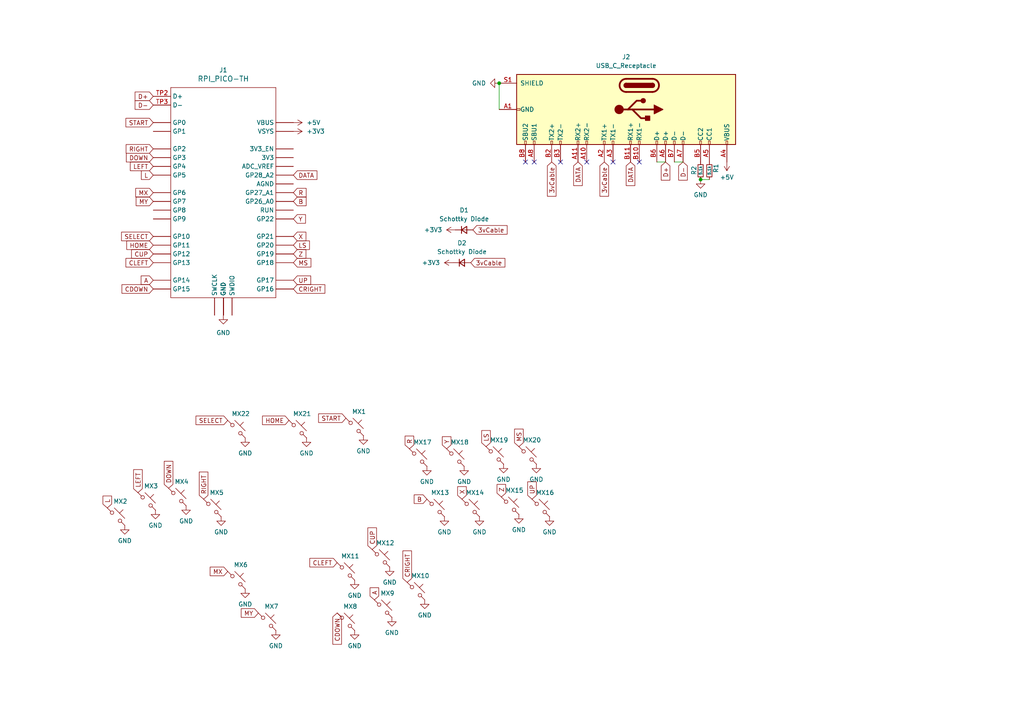
<source format=kicad_sch>
(kicad_sch (version 20230121) (generator eeschema)
  (paper "A4")
  (lib_symbols
    (symbol "Connector:USB_C_Receptacle" (pin_names (offset 1.016))
      (property "Reference" "J" (at -10.16 29.21 0))
      (property "Value" "USB_C_Receptacle" (at 10.16 29.21 0))
      (symbol "USB_C_Receptacle_0_0"
        (rectangle (start -0.254 -35.56) (end 0.254 -34.544))
        (rectangle (start 10.16 -32.766) (end 9.144 -33.274))
        (rectangle (start 10.16 -30.226) (end 9.144 -30.734))
        (rectangle (start 10.16 -25.146) (end 9.144 -25.654))
        (rectangle (start 10.16 -22.606) (end 9.144 -23.114))
        (rectangle (start 10.16 -17.526) (end 9.144 -18.034))
        (rectangle (start 10.16 -14.986) (end 9.144 -15.494))
        (rectangle (start 10.16 -9.906) (end 9.144 -10.414))
        (rectangle (start 10.16 -7.366) (end 9.144 -7.874))
        (rectangle (start 10.16 -2.286) (end 9.144 -2.794))
        (rectangle (start 10.16 0.254) (end 9.144 -0.254))
        (rectangle (start 10.16 5.334) (end 9.144 4.826))
        (rectangle (start 10.16 7.874) (end 9.144 7.366))
        (rectangle (start 10.16 10.414) (end 9.144 9.906))
        (rectangle (start 10.16 12.954) (end 9.144 12.446))
        (rectangle (start 10.16 18.034) (end 9.144 17.526))
        (rectangle (start 10.16 20.574) (end 9.144 20.066))
        (rectangle (start 10.16 25.654) (end 9.144 25.146))
      )
      (symbol "USB_C_Receptacle_0_1"
        (rectangle (start -10.16 27.94) (end 10.16 -35.56) (stroke (width 0.254)) (fill (type background)))
        (arc (start -8.89 -3.81) (mid -6.985 -5.7067) (end -5.08 -3.81) (stroke (width 0.508)))
        (arc (start -7.62 -3.81) (mid -6.985 -4.4423) (end -6.35 -3.81) (stroke (width 0.254)))
        (arc (start -7.62 -3.81) (mid -6.985 -4.4423) (end -6.35 -3.81) (stroke (width 0.254)) (fill (type outline)))
        (rectangle (start -7.62 -3.81) (end -6.35 3.81) (stroke (width 0.254)) (fill (type outline)))
        (arc (start -6.35 3.81) (mid -6.985 4.4423) (end -7.62 3.81) (stroke (width 0.254)))
        (arc (start -6.35 3.81) (mid -6.985 4.4423) (end -7.62 3.81) (stroke (width 0.254)) (fill (type outline)))
        (arc (start -5.08 3.81) (mid -6.985 5.7067) (end -8.89 3.81) (stroke (width 0.508)))
        (polyline (pts (xy -8.89 -3.81) (xy -8.89 3.81)) (stroke (width 0.508)))
        (polyline (pts (xy -5.08 3.81) (xy -5.08 -3.81)) (stroke (width 0.508)))
      )
      (symbol "USB_C_Receptacle_1_1"
        (circle (center -2.54 1.143) (radius 0.635) (stroke (width 0.254)) (fill (type outline)))
        (circle (center 0 -5.842) (radius 1.27) (fill (type outline)))
        (polyline (pts (xy 0 -5.842) (xy 0 4.318)) (stroke (width 0.508)))
        (polyline (pts (xy 0 -3.302) (xy -2.54 -0.762) (xy -2.54 0.508)) (stroke (width 0.508)))
        (polyline (pts (xy 0 -2.032) (xy 2.54 0.508) (xy 2.54 1.778)) (stroke (width 0.508)))
        (polyline (pts (xy -1.27 4.318) (xy 0 6.858) (xy 1.27 4.318) (xy -1.27 4.318)) (stroke (width 0.254)) (fill (type outline)))
        (rectangle (start 1.905 1.778) (end 3.175 3.048) (stroke (width 0.254)) (fill (type outline)))
        (pin passive line (at 0 -40.64 90) (length 5.08) (name "GND") (number "A1"))
        (pin bidirectional line (at 15.24 -15.24 180) (length 5.08) (name "RX2-") (number "A10"))
        (pin bidirectional line (at 15.24 -17.78 180) (length 5.08) (name "RX2+") (number "A11"))
        (pin passive line (at 0 -40.64 90) (length 5.08) hide (name "GND") (number "A12"))
        (pin bidirectional line (at 15.24 -10.16 180) (length 5.08) (name "TX1+") (number "A2"))
        (pin bidirectional line (at 15.24 -7.62 180) (length 5.08) (name "TX1-") (number "A3"))
        (pin passive line (at 15.24 25.4 180) (length 5.08) (name "VBUS") (number "A4"))
        (pin bidirectional line (at 15.24 20.32 180) (length 5.08) (name "CC1") (number "A5"))
        (pin bidirectional line (at 15.24 7.62 180) (length 5.08) (name "D+") (number "A6"))
        (pin bidirectional line (at 15.24 12.7 180) (length 5.08) (name "D-") (number "A7"))
        (pin bidirectional line (at 15.24 -30.48 180) (length 5.08) (name "SBU1") (number "A8"))
        (pin passive line (at 15.24 25.4 180) (length 5.08) hide (name "VBUS") (number "A9"))
        (pin passive line (at 0 -40.64 90) (length 5.08) hide (name "GND") (number "B1"))
        (pin bidirectional line (at 15.24 0 180) (length 5.08) (name "RX1-") (number "B10"))
        (pin bidirectional line (at 15.24 -2.54 180) (length 5.08) (name "RX1+") (number "B11"))
        (pin passive line (at 0 -40.64 90) (length 5.08) hide (name "GND") (number "B12"))
        (pin bidirectional line (at 15.24 -25.4 180) (length 5.08) (name "TX2+") (number "B2"))
        (pin bidirectional line (at 15.24 -22.86 180) (length 5.08) (name "TX2-") (number "B3"))
        (pin passive line (at 15.24 25.4 180) (length 5.08) hide (name "VBUS") (number "B4"))
        (pin bidirectional line (at 15.24 17.78 180) (length 5.08) (name "CC2") (number "B5"))
        (pin bidirectional line (at 15.24 5.08 180) (length 5.08) (name "D+") (number "B6"))
        (pin bidirectional line (at 15.24 10.16 180) (length 5.08) (name "D-") (number "B7"))
        (pin bidirectional line (at 15.24 -33.02 180) (length 5.08) (name "SBU2") (number "B8"))
        (pin passive line (at 15.24 25.4 180) (length 5.08) hide (name "VBUS") (number "B9"))
        (pin passive line (at -7.62 -40.64 90) (length 5.08) (name "SHIELD") (number "S1"))
      )
    )
    (symbol "Device:D_Small" (pin_numbers hide) (pin_names (offset 0.254) hide)
      (property "Reference" "D" (at -1.27 2.032 0))
      (property "Value" "D_Small" (at -3.81 -2.032 0))
      (symbol "D_Small_0_1"
        (polyline (pts (xy -0.762 -1.016) (xy -0.762 1.016)) (stroke (width 0.254)))
        (polyline (pts (xy -0.762 0) (xy 0.762 0)))
        (polyline (pts (xy 0.762 -1.016) (xy -0.762 0) (xy 0.762 1.016) (xy 0.762 -1.016)) (stroke (width 0.254)))
      )
      (symbol "D_Small_1_1"
        (pin passive line (at -2.54 0 0) (length 1.778) (name "K") (number "1"))
        (pin passive line (at 2.54 0 180) (length 1.778) (name "A") (number "2"))
      )
    )
    (symbol "Device:R_Small" (pin_numbers hide) (pin_names (offset 0.254) hide)
      (property "Reference" "R" (at 0.762 0.508 0))
      (property "Value" "R_Small" (at 0.762 -1.016 0))
      (symbol "R_Small_0_1"
        (rectangle (start -0.762 1.778) (end 0.762 -1.778) (stroke (width 0.2032)))
      )
      (symbol "R_Small_1_1"
        (pin passive line (at 0 2.54 270) (length 0.762) (name "~") (number "1"))
        (pin passive line (at 0 -2.54 90) (length 0.762) (name "~") (number "2"))
      )
    )
    (symbol "PCM_marbastlib-mx:MX_SW_HS" (pin_numbers hide) (pin_names (offset 1.016) hide)
      (property "Reference" "MX" (at 3.048 1.016 0))
      (property "Value" "MX_SW_HS" (at 0 -3.81 0))
      (symbol "MX_SW_HS_0_1"
        (circle (center -1.1684 1.1684) (radius 0.508))
        (polyline (pts (xy -0.508 2.54) (xy 2.54 -0.508)))
        (polyline (pts (xy 1.016 1.016) (xy 2.032 2.032)))
        (polyline (pts (xy -2.54 2.54) (xy -1.524 1.524) (xy -1.524 1.524)))
        (polyline (pts (xy 1.524 -1.524) (xy 2.54 -2.54) (xy 2.54 -2.54) (xy 2.54 -2.54)))
        (circle (center 1.143 -1.1938) (radius 0.508))
        (pin passive line (at -2.54 2.54 0) (length 0) (name "1") (number "1"))
        (pin passive line (at 2.54 -2.54 180) (length 0) (name "2") (number "2"))
      )
    )
    (symbol "Rectangles:RPI_PICO-TH"
      (property "Reference" "J1" (at 0 30.48 0))
      (property "Value" "RPI_PICO-TH" (at 0 38.1 0))
      (symbol "RPI_PICO-TH_1_0"
        (polyline (pts (xy -15.24 -25.4) (xy 15.24 -25.4)) (stroke (width 0.1524)))
        (polyline (pts (xy -15.24 35.56) (xy -15.24 -25.4)) (stroke (width 0.1524)))
        (polyline (pts (xy 15.24 -25.4) (xy 15.24 35.56)) (stroke (width 0.1524)))
        (polyline (pts (xy 15.24 35.56) (xy -15.24 35.56)) (stroke (width 0.1524)))
        (pin bidirectional line (at 20.32 15.24 180) (length 5.08) (name "3V3") (number "3V3"))
        (pin bidirectional line (at 20.32 17.78 180) (length 5.08) (name "3V3_EN") (number "3V3_EN"))
        (pin bidirectional line (at 20.32 12.7 180) (length 5.08) (name "ADC_VREF") (number "ADC_VREF"))
        (pin bidirectional line (at 20.32 7.62 180) (length 5.08) (name "AGND") (number "AGND"))
        (pin bidirectional line (at 0 -30.48 90) (length 5.08) (name "GND") (number "GND@1"))
        (pin bidirectional line (at 0 -30.48 90) (length 5.08) (name "GND") (number "GND@2"))
        (pin bidirectional line (at 0 -30.48 90) (length 5.08) (name "GND") (number "GND@3"))
        (pin bidirectional line (at 0 -30.48 90) (length 5.08) (name "GND") (number "GND@4"))
        (pin bidirectional line (at 0 -30.48 90) (length 5.08) (name "GND") (number "GND@5"))
        (pin bidirectional line (at 0 -30.48 90) (length 5.08) (name "GND") (number "GND@6"))
        (pin bidirectional line (at 0 -30.48 90) (length 5.08) (name "GND") (number "GND@7"))
        (pin bidirectional line (at 0 -30.48 90) (length 5.08) (name "GND") (number "GND@8"))
        (pin bidirectional line (at -20.32 25.4 0) (length 5.08) (name "GP0") (number "GP0"))
        (pin bidirectional line (at -20.32 22.86 0) (length 5.08) (name "GP1") (number "GP1"))
        (pin bidirectional line (at -20.32 -7.62 0) (length 5.08) (name "GP10") (number "GP10"))
        (pin bidirectional line (at -20.32 -10.16 0) (length 5.08) (name "GP11") (number "GP11"))
        (pin bidirectional line (at -20.32 -12.7 0) (length 5.08) (name "GP12") (number "GP12"))
        (pin bidirectional line (at -20.32 -15.24 0) (length 5.08) (name "GP13") (number "GP13"))
        (pin bidirectional line (at -20.32 -20.32 0) (length 5.08) (name "GP14") (number "GP14"))
        (pin bidirectional line (at -20.32 -22.86 0) (length 5.08) (name "GP15") (number "GP15"))
        (pin bidirectional line (at 20.32 -22.86 180) (length 5.08) (name "GP16") (number "GP16"))
        (pin bidirectional line (at 20.32 -20.32 180) (length 5.08) (name "GP17") (number "GP17"))
        (pin bidirectional line (at 20.32 -15.24 180) (length 5.08) (name "GP18") (number "GP18"))
        (pin bidirectional line (at 20.32 -12.7 180) (length 5.08) (name "GP19") (number "GP19"))
        (pin bidirectional line (at -20.32 17.78 0) (length 5.08) (name "GP2") (number "GP2"))
        (pin bidirectional line (at 20.32 -10.16 180) (length 5.08) (name "GP20") (number "GP20"))
        (pin bidirectional line (at 20.32 -7.62 180) (length 5.08) (name "GP21") (number "GP21"))
        (pin bidirectional line (at 20.32 -2.54 180) (length 5.08) (name "GP22") (number "GP22"))
        (pin bidirectional line (at 20.32 2.54 180) (length 5.08) (name "GP26_A0") (number "GP26_A0"))
        (pin bidirectional line (at 20.32 5.08 180) (length 5.08) (name "GP27_A1") (number "GP27_A1"))
        (pin bidirectional line (at 20.32 10.16 180) (length 5.08) (name "GP28_A2") (number "GP28_A2"))
        (pin bidirectional line (at -20.32 15.24 0) (length 5.08) (name "GP3") (number "GP3"))
        (pin bidirectional line (at -20.32 12.7 0) (length 5.08) (name "GP4") (number "GP4"))
        (pin bidirectional line (at -20.32 10.16 0) (length 5.08) (name "GP5") (number "GP5"))
        (pin bidirectional line (at -20.32 5.08 0) (length 5.08) (name "GP6") (number "GP6"))
        (pin bidirectional line (at -20.32 2.54 0) (length 5.08) (name "GP7") (number "GP7"))
        (pin bidirectional line (at -20.32 0 0) (length 5.08) (name "GP8") (number "GP8"))
        (pin bidirectional line (at -20.32 -2.54 0) (length 5.08) (name "GP9") (number "GP9"))
        (pin bidirectional line (at 20.32 0 180) (length 5.08) (name "RUN") (number "RUN"))
        (pin bidirectional line (at -2.54 -30.48 90) (length 5.08) (name "SWCLK") (number "SWCLK"))
        (pin bidirectional line (at 2.54 -30.48 90) (length 5.08) (name "SWDIO") (number "SWDIO"))
        (pin bidirectional line (at -20.32 33.02 0) (length 5.08) (name "D+") (number "TP2"))
        (pin bidirectional line (at -20.32 30.48 0) (length 5.08) (name "D-") (number "TP3"))
        (pin bidirectional line (at 20.32 25.4 180) (length 5.08) (name "VBUS") (number "VBUS"))
        (pin bidirectional line (at 20.32 22.86 180) (length 5.08) (name "VSYS") (number "VSYS"))
      )
    )
    (symbol "power:+3V3" (power) (pin_names (offset 0))
      (property "Value" "+3V3" (at 0 3.556 0))
      (symbol "+3V3_0_1"
        (polyline (pts (xy -0.762 1.27) (xy 0 2.54)))
        (polyline (pts (xy 0 0) (xy 0 2.54)))
        (polyline (pts (xy 0 2.54) (xy 0.762 1.27)))
      )
      (symbol "+3V3_1_1"
        (pin power_in line (at 0 0 90) (length 0) hide (name "+3V3") (number "1"))
      )
    )
    (symbol "power:+5V" (power) (pin_names (offset 0))
      (property "Value" "+5V" (at 0 3.556 0))
      (symbol "+5V_0_1"
        (polyline (pts (xy -0.762 1.27) (xy 0 2.54)))
        (polyline (pts (xy 0 0) (xy 0 2.54)))
        (polyline (pts (xy 0 2.54) (xy 0.762 1.27)))
      )
      (symbol "+5V_1_1"
        (pin power_in line (at 0 0 90) (length 0) hide (name "+5V") (number "1"))
      )
    )
    (symbol "power:GND" (power) (pin_names (offset 0))
      (property "Value" "GND" (at 0 -3.81 0))
      (symbol "GND_0_1"
        (polyline (pts (xy 0 0) (xy 0 -1.27) (xy 1.27 -1.27) (xy 0 -2.54) (xy -1.27 -1.27) (xy 0 -1.27)))
      )
      (symbol "GND_1_1"
        (pin power_in line (at 0 0 270) (length 0) hide (name "GND") (number "1"))
      )
    )
  )
  (junction (at 144.78 24.13))
  (junction (at 203.2 52.07))
  (no_connect (at 185.42 46.99))
  (no_connect (at 152.4 46.99))
  (no_connect (at 162.56 46.99))
  (no_connect (at 154.94 46.99))
  (no_connect (at 170.18 46.99))
  (no_connect (at 177.8 46.99))
  (wire (pts (xy 195.58 46.99) (xy 198.12 46.99)))
  (wire (pts (xy 190.5 46.99) (xy 193.04 46.99)))
  (wire (pts (xy 203.2 52.07) (xy 205.74 52.07)))
  (wire (pts (xy 144.78 24.13) (xy 144.78 31.75)))
  (global_label "R" (shape input) (at 85.09 55.88 0) (property "Intersheetrefs" "${INTERSHEET_REFS}" (effects hide)))
  (global_label "CLEFT" (shape input) (at 97.79 163.195 180) (property "Intersheetrefs" "${INTERSHEET_REFS}" (effects hide)))
  (global_label "A" (shape input) (at 108.585 173.99 90) (property "Intersheetrefs" "${INTERSHEET_REFS}" (effects hide)))
  (global_label "RIGHT" (shape input) (at 59.055 144.78 90) (property "Intersheetrefs" "${INTERSHEET_REFS}" (effects hide)))
  (global_label "CLEFT" (shape input) (at 44.45 76.2 180) (property "Intersheetrefs" "${INTERSHEET_REFS}" (effects hide)))
  (global_label "CRIGHT" (shape input) (at 118.11 168.91 90) (property "Intersheetrefs" "${INTERSHEET_REFS}" (effects hide)))
  (global_label "L" (shape input) (at 31.115 147.32 90) (property "Intersheetrefs" "${INTERSHEET_REFS}" (effects hide)))
  (global_label "3vCable" (shape input) (at 160.02 46.99 270) (property "Intersheetrefs" "${INTERSHEET_REFS}" (effects hide)))
  (global_label "MY" (shape input) (at 74.93 177.8 180) (property "Intersheetrefs" "${INTERSHEET_REFS}" (effects hide)))
  (global_label "CDOWN" (shape input) (at 44.45 83.82 180) (property "Intersheetrefs" "${INTERSHEET_REFS}" (effects hide)))
  (global_label "CUP" (shape input) (at 44.45 73.66 180) (property "Intersheetrefs" "${INTERSHEET_REFS}" (effects hide)))
  (global_label "LEFT" (shape input) (at 40.005 142.875 90) (property "Intersheetrefs" "${INTERSHEET_REFS}" (effects hide)))
  (global_label "CDOWN" (shape input) (at 97.79 177.8 270) (property "Intersheetrefs" "${INTERSHEET_REFS}" (effects hide)))
  (global_label "D+" (shape input) (at 44.45 27.94 180) (property "Intersheetrefs" "${INTERSHEET_REFS}" (effects hide)))
  (global_label "START" (shape input) (at 100.33 121.285 180) (property "Intersheetrefs" "${INTERSHEET_REFS}" (effects hide)))
  (global_label "X" (shape input) (at 85.09 68.58 0) (property "Intersheetrefs" "${INTERSHEET_REFS}" (effects hide)))
  (global_label "CUP" (shape input) (at 107.95 159.385 90) (property "Intersheetrefs" "${INTERSHEET_REFS}" (effects hide)))
  (global_label "SELECT" (shape input) (at 66.04 121.92 180) (property "Intersheetrefs" "${INTERSHEET_REFS}" (effects hide)))
  (global_label "3vCable" (shape input) (at 137.16 66.675 0) (property "Intersheetrefs" "${INTERSHEET_REFS}" (effects hide)))
  (global_label "X" (shape input) (at 133.985 144.78 90) (property "Intersheetrefs" "${INTERSHEET_REFS}" (effects hide)))
  (global_label "SELECT" (shape input) (at 44.45 68.58 180) (property "Intersheetrefs" "${INTERSHEET_REFS}" (effects hide)))
  (global_label "MY" (shape input) (at 44.45 58.42 180) (property "Intersheetrefs" "${INTERSHEET_REFS}" (effects hide)))
  (global_label "UP" (shape input) (at 154.305 144.78 90) (property "Intersheetrefs" "${INTERSHEET_REFS}" (effects hide)))
  (global_label "DOWN" (shape input) (at 44.45 45.72 180) (property "Intersheetrefs" "${INTERSHEET_REFS}" (effects hide)))
  (global_label "UP" (shape input) (at 85.09 81.28 0) (property "Intersheetrefs" "${INTERSHEET_REFS}" (effects hide)))
  (global_label "3vCable" (shape input) (at 175.26 46.99 270) (property "Intersheetrefs" "${INTERSHEET_REFS}" (effects hide)))
  (global_label "Y" (shape input) (at 129.54 130.175 90) (property "Intersheetrefs" "${INTERSHEET_REFS}" (effects hide)))
  (global_label "HOME" (shape input) (at 44.45 71.12 180) (property "Intersheetrefs" "${INTERSHEET_REFS}" (effects hide)))
  (global_label "MS" (shape input) (at 150.495 129.54 90) (property "Intersheetrefs" "${INTERSHEET_REFS}" (effects hide)))
  (global_label "B" (shape input) (at 123.825 144.78 180) (property "Intersheetrefs" "${INTERSHEET_REFS}" (effects hide)))
  (global_label "Y" (shape input) (at 85.09 63.5 0) (property "Intersheetrefs" "${INTERSHEET_REFS}" (effects hide)))
  (global_label "LS" (shape input) (at 85.09 71.12 0) (property "Intersheetrefs" "${INTERSHEET_REFS}" (effects hide)))
  (global_label "CRIGHT" (shape input) (at 85.09 83.82 0) (property "Intersheetrefs" "${INTERSHEET_REFS}" (effects hide)))
  (global_label "START" (shape input) (at 44.45 35.56 180) (property "Intersheetrefs" "${INTERSHEET_REFS}" (effects hide)))
  (global_label "DOWN" (shape input) (at 48.895 141.605 90) (property "Intersheetrefs" "${INTERSHEET_REFS}" (effects hide)))
  (global_label "DATA" (shape input) (at 182.88 46.99 270) (property "Intersheetrefs" "${INTERSHEET_REFS}" (effects hide)))
  (global_label "D-" (shape input) (at 44.45 30.48 180) (property "Intersheetrefs" "${INTERSHEET_REFS}" (effects hide)))
  (global_label "HOME" (shape input) (at 83.82 121.92 180) (property "Intersheetrefs" "${INTERSHEET_REFS}" (effects hide)))
  (global_label "DATA" (shape input) (at 85.09 50.8 0) (property "Intersheetrefs" "${INTERSHEET_REFS}" (effects hide)))
  (global_label "L" (shape input) (at 44.45 50.8 180) (property "Intersheetrefs" "${INTERSHEET_REFS}" (effects hide)))
  (global_label "D+" (shape input) (at 193.04 46.99 270) (property "Intersheetrefs" "${INTERSHEET_REFS}" (effects hide)))
  (global_label "A" (shape input) (at 44.45 81.28 180) (property "Intersheetrefs" "${INTERSHEET_REFS}" (effects hide)))
  (global_label "Z" (shape input) (at 145.415 144.145 90) (property "Intersheetrefs" "${INTERSHEET_REFS}" (effects hide)))
  (global_label "R" (shape input) (at 118.745 130.175 90) (property "Intersheetrefs" "${INTERSHEET_REFS}" (effects hide)))
  (global_label "B" (shape input) (at 85.09 58.42 0) (property "Intersheetrefs" "${INTERSHEET_REFS}" (effects hide)))
  (global_label "LS" (shape input) (at 140.97 129.54 90) (property "Intersheetrefs" "${INTERSHEET_REFS}" (effects hide)))
  (global_label "MS" (shape input) (at 85.09 76.2 0) (property "Intersheetrefs" "${INTERSHEET_REFS}" (effects hide)))
  (global_label "DATA" (shape input) (at 167.64 46.99 270) (property "Intersheetrefs" "${INTERSHEET_REFS}" (effects hide)))
  (global_label "3vCable" (shape input) (at 136.525 76.2 0) (property "Intersheetrefs" "${INTERSHEET_REFS}" (effects hide)))
  (global_label "LEFT" (shape input) (at 44.45 48.26 180) (property "Intersheetrefs" "${INTERSHEET_REFS}" (effects hide)))
  (global_label "RIGHT" (shape input) (at 44.45 43.18 180) (property "Intersheetrefs" "${INTERSHEET_REFS}" (effects hide)))
  (global_label "Z" (shape input) (at 85.09 73.66 0) (property "Intersheetrefs" "${INTERSHEET_REFS}" (effects hide)))
  (global_label "D-" (shape input) (at 198.0975 46.99 270) (property "Intersheetrefs" "${INTERSHEET_REFS}" (effects hide)))
  (global_label "MX" (shape input) (at 44.45 55.88 180) (property "Intersheetrefs" "${INTERSHEET_REFS}" (effects hide)))
  (global_label "MX" (shape input) (at 66.04 165.735 180) (property "Intersheetrefs" "${INTERSHEET_REFS}" (effects hide)))
  (symbol (lib_id "power:GND") (at 128.905 149.86 0) (unit 1)
    (property "Reference" "#PWR021" (effects hide))
    (property "Value" "GND" (at 128.905 154.305 0))
  )
  (symbol (lib_id "power:GND") (at 159.385 149.86 0) (unit 1)
    (property "Reference" "#PWR024" (effects hide))
    (property "Value" "GND" (at 159.385 154.305 0))
  )
  (symbol (lib_id "PCM_marbastlib-mx:MX_SW_HS") (at 100.33 180.34 0) (unit 1)
    (property "Reference" "MX8" (at 101.6 175.895 0))
    (property "Value" "MX_SW_HS" (effects hide))
    (property "Footprint" "PCM_marbastlib-mx:SW_MX_HS_1u" (effects hide))
  )
  (symbol (lib_id "power:GND") (at 88.9 127 0) (unit 1)
    (property "Reference" "#PWR029" (effects hide))
    (property "Value" "GND" (at 88.9 131.445 0))
  )
  (symbol (lib_id "power:GND") (at 113.03 164.465 0) (unit 1)
    (property "Reference" "#PWR020" (effects hide))
    (property "Value" "GND" (at 113.03 168.91 0))
  )
  (symbol (lib_id "power:GND") (at 71.12 170.815 0) (unit 1)
    (property "Reference" "#PWR014" (effects hide))
    (property "Value" "GND" (at 71.12 175.26 0))
  )
  (symbol (lib_id "power:GND") (at 36.195 152.4 0) (unit 1)
    (property "Reference" "#PWR010" (effects hide))
    (property "Value" "GND" (at 36.195 156.845 0))
  )
  (symbol (lib_id "PCM_marbastlib-mx:MX_SW_HS") (at 111.125 176.53 0) (unit 1)
    (property "Reference" "MX9" (at 112.395 172.085 0))
    (property "Value" "MX_SW_HS" (effects hide))
    (property "Footprint" "PCM_marbastlib-mx:SW_MX_HS_1u" (effects hide))
  )
  (symbol (lib_id "PCM_marbastlib-mx:MX_SW_HS") (at 110.49 161.925 0) (unit 1)
    (property "Reference" "MX12" (at 111.76 157.48 0))
    (property "Value" "MX_SW_HS" (effects hide))
    (property "Footprint" "PCM_marbastlib-mx:SW_MX_HS_1u" (effects hide))
  )
  (symbol (lib_id "PCM_marbastlib-mx:MX_SW_HS") (at 121.285 132.715 0) (unit 1)
    (property "Reference" "MX17" (at 122.555 128.27 0))
    (property "Value" "MX_SW_HS" (effects hide))
    (property "Footprint" "PCM_marbastlib-mx:SW_MX_HS_1u" (effects hide))
  )
  (symbol (lib_id "Device:R_Small") (at 205.74 49.53 0) (unit 1)
    (property "Reference" "R1" (at 207.645 50.165 90) (effects (justify left)))
    (property "Value" "5.1k" (at 205.74 50.8 90) (effects (font (size 0.8 0.8)) (justify left)))
    (property "Footprint" "LED_SMD:LED_0805_2012Metric_Pad1.15x1.40mm_HandSolder" (effects hide))
  )
  (symbol (lib_id "power:GND") (at 139.065 149.86 0) (unit 1)
    (property "Reference" "#PWR022" (effects hide))
    (property "Value" "GND" (at 139.065 154.305 0))
  )
  (symbol (lib_id "power:+5V") (at 85.09 35.56 270) (unit 1)
    (property "Reference" "#PWR02" (effects hide))
    (property "Value" "+5V" (at 88.9 35.56 90) (effects (justify left)))
  )
  (symbol (lib_id "PCM_marbastlib-mx:MX_SW_HS") (at 147.955 146.685 0) (unit 1)
    (property "Reference" "MX15" (at 149.225 142.24 0))
    (property "Value" "MX_SW_HS" (effects hide))
    (property "Footprint" "PCM_marbastlib-mx:SW_MX_HS_1u" (effects hide))
  )
  (symbol (lib_id "PCM_marbastlib-mx:MX_SW_HS") (at 132.08 132.715 0) (unit 1)
    (property "Reference" "MX18" (at 133.35 128.27 0))
    (property "Value" "MX_SW_HS" (effects hide))
    (property "Footprint" "PCM_marbastlib-mx:SW_MX_HS_1u" (effects hide))
  )
  (symbol (lib_id "PCM_marbastlib-mx:MX_SW_HS") (at 136.525 147.32 0) (unit 1)
    (property "Reference" "MX14" (at 137.795 142.875 0))
    (property "Value" "MX_SW_HS" (effects hide))
    (property "Footprint" "PCM_marbastlib-mx:SW_MX_HS_1u" (effects hide))
  )
  (symbol (lib_id "power:GND") (at 45.085 147.955 0) (unit 1)
    (property "Reference" "#PWR011" (effects hide))
    (property "Value" "GND" (at 45.085 152.4 0))
  )
  (symbol (lib_id "Connector:USB_C_Receptacle") (at 185.42 31.75 270) (unit 1)
    (property "Reference" "J2" (at 181.61 16.51 90))
    (property "Value" "USB_C_Receptacle" (at 181.61 19.05 90))
    (property "Footprint" "Rectangles:TYPE-C_24P_QCHT" (effects hide))
    (property "Datasheet" "https://www.usb.org/sites/default/files/documents/usb_type-c.zip" (effects hide))
    (property "LCSC" "C456013" (effects hide))
  )
  (symbol (lib_id "PCM_marbastlib-mx:MX_SW_HS") (at 100.33 165.735 0) (unit 1)
    (property "Reference" "MX11" (at 101.6 161.29 0))
    (property "Value" "MX_SW_HS" (effects hide))
    (property "Footprint" "PCM_marbastlib-mx:SW_MX_HS_1u" (effects hide))
  )
  (symbol (lib_id "PCM_marbastlib-mx:MX_SW_HS") (at 61.595 147.32 0) (unit 1)
    (property "Reference" "MX5" (at 62.865 142.875 0))
    (property "Value" "MX_SW_HS" (effects hide))
    (property "Footprint" "PCM_marbastlib-mx:SW_MX_HS_1u" (effects hide))
  )
  (symbol (lib_id "PCM_marbastlib-mx:MX_SW_HS") (at 42.545 145.415 0) (unit 1)
    (property "Reference" "MX3" (at 43.815 140.97 0))
    (property "Value" "MX_SW_HS" (effects hide))
    (property "Footprint" "PCM_marbastlib-mx:SW_MX_HS_1u" (effects hide))
  )
  (symbol (lib_id "power:GND") (at 150.495 149.225 0) (unit 1)
    (property "Reference" "#PWR023" (effects hide))
    (property "Value" "GND" (at 150.495 153.67 0))
  )
  (symbol (lib_id "Device:R_Small") (at 203.2 49.53 0) (unit 1)
    (property "Reference" "R2" (at 201.295 50.8 90) (effects (justify left)))
    (property "Value" "5.1k" (at 203.2 50.8 90) (effects (font (size 0.8 0.8)) (justify left)))
    (property "Footprint" "LED_SMD:LED_0805_2012Metric_Pad1.15x1.40mm_HandSolder" (effects hide))
  )
  (symbol (lib_id "PCM_marbastlib-mx:MX_SW_HS") (at 120.65 171.45 0) (unit 1)
    (property "Reference" "MX10" (at 121.92 167.005 0))
    (property "Value" "MX_SW_HS" (effects hide))
    (property "Footprint" "PCM_marbastlib-mx:SW_MX_HS_1u" (effects hide))
  )
  (symbol (lib_id "power:GND") (at 123.19 173.99 0) (unit 1)
    (property "Reference" "#PWR018" (effects hide))
    (property "Value" "GND" (at 123.19 178.435 0))
  )
  (symbol (lib_id "power:GND") (at 71.12 127 0) (unit 1)
    (property "Reference" "#PWR030" (effects hide))
    (property "Value" "GND" (at 71.12 131.445 0))
  )
  (symbol (lib_id "power:+5V") (at 210.82 46.99 180) (unit 1)
    (property "Reference" "#PWR05" (effects hide))
    (property "Value" "+5V" (at 210.82 51.4377 0))
  )
  (symbol (lib_id "power:GND") (at 123.825 135.255 0) (unit 1)
    (property "Reference" "#PWR025" (effects hide))
    (property "Value" "GND" (at 123.825 139.7 0))
  )
  (symbol (lib_id "PCM_marbastlib-mx:MX_SW_HS") (at 156.845 147.32 0) (unit 1)
    (property "Reference" "MX16" (at 158.115 142.875 0))
    (property "Value" "MX_SW_HS" (effects hide))
    (property "Footprint" "PCM_marbastlib-mx:SW_MX_HS_1u" (effects hide))
  )
  (symbol (lib_id "PCM_marbastlib-mx:MX_SW_HS") (at 68.58 168.275 0) (unit 1)
    (property "Reference" "MX6" (at 69.85 163.83 0))
    (property "Value" "MX_SW_HS" (effects hide))
    (property "Footprint" "PCM_marbastlib-mx:SW_MX_HS_1u" (effects hide))
  )
  (symbol (lib_id "power:GND") (at 146.05 134.62 0) (unit 1)
    (property "Reference" "#PWR027" (effects hide))
    (property "Value" "GND" (at 146.05 139.065 0))
  )
  (symbol (lib_id "power:GND") (at 64.135 149.86 0) (unit 1)
    (property "Reference" "#PWR013" (effects hide))
    (property "Value" "GND" (at 64.135 154.305 0))
  )
  (symbol (lib_id "PCM_marbastlib-mx:MX_SW_HS") (at 102.87 123.825 0) (unit 1)
    (property "Reference" "MX1" (at 104.14 119.38 0))
    (property "Value" "MX_SW_HS" (effects hide))
    (property "Footprint" "PCM_marbastlib-mx:SW_MX_HS_1u" (effects hide))
  )
  (symbol (lib_id "power:GND") (at 105.41 126.365 0) (unit 1)
    (property "Reference" "#PWR09" (effects hide))
    (property "Value" "GND" (at 105.41 130.81 0))
  )
  (symbol (lib_id "Rectangles:RPI_PICO-TH") (at 64.77 60.96 0) (unit 1)
    (property "Reference" "J1" (at 64.77 20.32 0) (effects (font (size 1.3 1.3))))
    (property "Value" "RPI_PICO-TH" (at 64.77 22.86 0) (effects (font (size 1.5 1.5))))
    (property "Footprint" "Rectangles:RPI_PICO_TH" (effects hide))
  )
  (symbol (lib_id "PCM_marbastlib-mx:MX_SW_HS") (at 33.655 149.86 0) (unit 1)
    (property "Reference" "MX2" (at 34.925 145.415 0))
    (property "Value" "MX_SW_HS" (effects hide))
    (property "Footprint" "PCM_marbastlib-mx:SW_MX_HS_1u" (effects hide))
  )
  (symbol (lib_id "power:GND") (at 102.87 182.88 0) (unit 1)
    (property "Reference" "#PWR016" (effects hide))
    (property "Value" "GND" (at 102.87 187.325 0))
  )
  (symbol (lib_id "PCM_marbastlib-mx:MX_SW_HS") (at 51.435 144.145 0) (unit 1)
    (property "Reference" "MX4" (at 52.705 139.7 0))
    (property "Value" "MX_SW_HS" (effects hide))
    (property "Footprint" "PCM_marbastlib-mx:SW_MX_HS_1u" (effects hide))
  )
  (symbol (lib_id "power:GND") (at 53.975 146.685 0) (unit 1)
    (property "Reference" "#PWR012" (effects hide))
    (property "Value" "GND" (at 53.975 151.13 0))
  )
  (symbol (lib_id "power:GND") (at 144.78 24.13 270) (unit 1)
    (property "Reference" "#PWR04" (effects hide))
    (property "Value" "GND" (at 140.97 24.13 90) (effects (justify right)))
  )
  (symbol (lib_id "Device:D_Small") (at 133.985 76.2 0) (unit 1)
    (property "Reference" "D2" (at 133.985 70.485 0))
    (property "Value" "Schottky Diode" (at 133.985 73.025 0))
    (property "Footprint" "Diode_THT:D_DO-201AD_P15.24mm_Horizontal" (effects hide))
    (property "Sim.Device" "D" (effects hide))
    (property "Sim.Pins" "1=K 2=A" (effects hide))
  )
  (symbol (lib_id "power:+3V3") (at 131.445 76.2 90) (unit 1)
    (property "Reference" "#PWR06" (effects hide))
    (property "Value" "+3V3" (at 127.635 76.2 90) (effects (justify left)))
  )
  (symbol (lib_id "power:+3V3") (at 132.08 66.675 90) (unit 1)
    (property "Reference" "#PWR031" (effects hide))
    (property "Value" "+3V3" (at 128.27 66.675 90) (effects (justify left)))
  )
  (symbol (lib_id "power:GND") (at 113.665 179.07 0) (unit 1)
    (property "Reference" "#PWR017" (effects hide))
    (property "Value" "GND" (at 113.665 183.515 0))
  )
  (symbol (lib_id "power:GND") (at 102.87 168.275 0) (unit 1)
    (property "Reference" "#PWR019" (effects hide))
    (property "Value" "GND" (at 102.87 172.72 0))
  )
  (symbol (lib_id "power:GND") (at 80.01 182.88 0) (unit 1)
    (property "Reference" "#PWR015" (effects hide))
    (property "Value" "GND" (at 80.01 187.325 0))
  )
  (symbol (lib_id "power:GND") (at 155.575 134.62 0) (unit 1)
    (property "Reference" "#PWR028" (effects hide))
    (property "Value" "GND" (at 155.575 139.065 0))
  )
  (symbol (lib_id "Device:D_Small") (at 134.62 66.675 0) (unit 1)
    (property "Reference" "D1" (at 134.62 60.96 0))
    (property "Value" "Schottky Diode" (at 134.62 63.5 0))
    (property "Footprint" "Diode_SMD:D_SOD-123" (effects hide))
    (property "Sim.Device" "D" (effects hide))
    (property "Sim.Pins" "1=K 2=A" (effects hide))
    (property "LCSC" "C8598" (effects hide))
  )
  (symbol (lib_id "PCM_marbastlib-mx:MX_SW_HS") (at 68.58 124.46 0) (unit 1)
    (property "Reference" "MX22" (at 69.85 120.015 0))
    (property "Value" "MX_SW_HS" (effects hide))
    (property "Footprint" "PCM_marbastlib-mx:SW_MX_HS_1u" (effects hide))
  )
  (symbol (lib_id "PCM_marbastlib-mx:MX_SW_HS") (at 153.035 132.08 0) (unit 1)
    (property "Reference" "MX20" (at 154.305 127.635 0))
    (property "Value" "MX_SW_HS" (effects hide))
    (property "Footprint" "PCM_marbastlib-mx:SW_MX_HS_1u" (effects hide))
  )
  (symbol (lib_id "PCM_marbastlib-mx:MX_SW_HS") (at 86.36 124.46 0) (unit 1)
    (property "Reference" "MX21" (at 87.63 120.015 0))
    (property "Value" "MX_SW_HS" (effects hide))
    (property "Footprint" "PCM_marbastlib-mx:SW_MX_HS_1u" (effects hide))
  )
  (symbol (lib_id "PCM_marbastlib-mx:MX_SW_HS") (at 143.51 132.08 0) (unit 1)
    (property "Reference" "MX19" (at 144.78 127.635 0))
    (property "Value" "MX_SW_HS" (effects hide))
    (property "Footprint" "PCM_marbastlib-mx:SW_MX_HS_1u" (effects hide))
  )
  (symbol (lib_id "PCM_marbastlib-mx:MX_SW_HS") (at 126.365 147.32 0) (unit 1)
    (property "Reference" "MX13" (at 127.635 142.875 0))
    (property "Value" "MX_SW_HS" (effects hide))
    (property "Footprint" "PCM_marbastlib-mx:SW_MX_HS_1u" (effects hide))
  )
  (symbol (lib_id "PCM_marbastlib-mx:MX_SW_HS") (at 77.47 180.34 0) (unit 1)
    (property "Reference" "MX7" (at 78.74 175.895 0))
    (property "Value" "MX_SW_HS" (effects hide))
    (property "Footprint" "PCM_marbastlib-mx:SW_MX_HS_1u" (effects hide))
  )
  (symbol (lib_id "power:+3V3") (at 85.09 38.1 270) (unit 1)
    (property "Reference" "#PWR03" (effects hide))
    (property "Value" "+3V3" (at 88.9 38.1 90) (effects (justify left)))
  )
  (symbol (lib_id "power:GND") (at 134.62 135.255 0) (unit 1)
    (property "Reference" "#PWR026" (effects hide))
    (property "Value" "GND" (at 134.62 139.7 0))
  )
  (symbol (lib_id "power:GND") (at 64.77 91.44 0) (unit 1)
    (property "Reference" "#PWR01" (effects hide))
    (property "Value" "GND" (at 64.77 96.52 0))
  )
  (symbol (lib_id "power:GND") (at 203.2 52.07 0) (unit 1)
    (property "Reference" "#PWR08" (effects hide))
    (property "Value" "GND" (at 203.2 56.515 0))
  )
)
</source>
